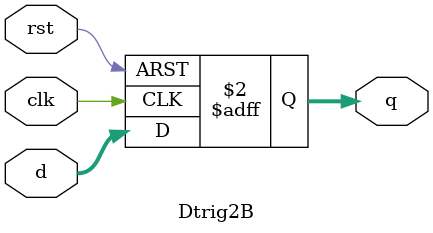
<source format=sv>

module round_robin_arbiter_with_2_requests
(
    input        clk,
    input        rst,
    input  [1:0] requests,
    output [1:0] grants
);
    // Task:
    // Implement a "arbiter" module that accepts up to two requests
    // and grants one of them to operate in a round-robin manner.
    //
    // The module should maintain an internal register
    // to keep track of which requester is next in line for a grant.
    //
    // Note:
    // Check the waveform diagram in the README for better understanding.
    //
    // Example:
    // requests -> 01 00 10 11 11 00 11 00 11 11
    // grants   -> 01 00 10 01 10 00 01 00 10 01

    //  вариант решения из разбора д/з
    logic [1:0] Dreq, Dinv;

    Dtrig2B InpDtr(.clk(~clk),  .rst(rst), .d(requests), .q(Dreq));
    Dtrig2B InvDtr(.clk(~clk),  .rst(rst), .d(~grants),  .q(Dinv));

    assign grants = & Dreq ? Dinv : Dreq;

endmodule

module Dtrig2B
(
    input        clk,
    input        rst,
    input        [1:0] d,
    output logic [1:0] q
);
    always_ff @(posedge clk, posedge rst)
      if (rst)
        q <= '0;
      else
        q <= d;

endmodule

//     // Мой вариант решение (использовал конечный автомат)
//     // States
//     typedef enum logic[1:0]
//     {
//       st_no_grants = 2'b00,
//       st_grant_0   = 2'b01,
//       st_grant_1   = 2'b10
//     } statetype_t;
//     statetype_t state, new_state;

//     // State transition logic  (логика переходоа конечного автомата)
//     always_comb
//       begin
//         new_state = state;

//         case (state)
//           st_no_grants : if (requests[0]) new_state = st_grant_0;
//                          else if (requests[1]) new_state = st_grant_1;
//           st_grant_0   : if (requests == 2'b00) new_state = st_no_grants;
//                          else if (requests[1]) new_state = st_grant_1;
//           st_grant_1   : if (requests == 2'b00) new_state = st_no_grants;
//                          else if (requests[0]) new_state = st_grant_0;
//         endcase
//       end

//     // Output logic (обновление выходов)
//      assign grants = {new_state == st_grant_1, new_state == st_grant_0};

//     // обновление состояния
//     always_ff @ (posedge clk)
//       if (rst)
//         state <= st_no_grants;
//       else
//         state <= new_state;

// endmodule

</source>
